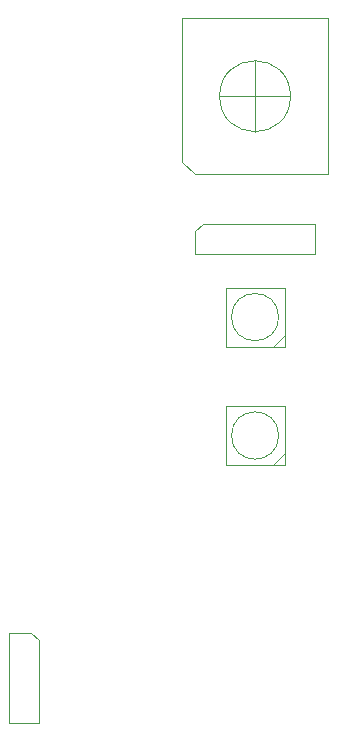
<source format=gbr>
G04 #@! TF.GenerationSoftware,KiCad,Pcbnew,(5.1.10-1-10_14)*
G04 #@! TF.CreationDate,2021-09-21T06:26:05-05:00*
G04 #@! TF.ProjectId,LeChiffre,4c654368-6966-4667-9265-2e6b69636164,rev?*
G04 #@! TF.SameCoordinates,Original*
G04 #@! TF.FileFunction,Other,Fab,Top*
%FSLAX46Y46*%
G04 Gerber Fmt 4.6, Leading zero omitted, Abs format (unit mm)*
G04 Created by KiCad (PCBNEW (5.1.10-1-10_14)) date 2021-09-21 06:26:05*
%MOMM*%
%LPD*%
G01*
G04 APERTURE LIST*
%ADD10C,0.120000*%
%ADD11C,0.100000*%
G04 APERTURE END LIST*
D10*
X141065000Y-59940000D02*
G75*
G03*
X141065000Y-59940000I-3000000J0D01*
G01*
X131865000Y-65540000D02*
X131865000Y-53340000D01*
X131865000Y-53340000D02*
X144265000Y-53340000D01*
X144265000Y-53340000D02*
X144265000Y-66540000D01*
X144265000Y-66540000D02*
X132965000Y-66540000D01*
X132965000Y-66540000D02*
X131865000Y-65540000D01*
X135065000Y-59940000D02*
X141065000Y-59940000D01*
X138065000Y-62940000D02*
X138065000Y-56940000D01*
D11*
X140065000Y-88670000D02*
G75*
G03*
X140065000Y-88670000I-2000000J0D01*
G01*
X140565000Y-86170000D02*
X135565000Y-86170000D01*
X140565000Y-91170000D02*
X140565000Y-86170000D01*
X135565000Y-91170000D02*
X140565000Y-91170000D01*
X135565000Y-86170000D02*
X135565000Y-91170000D01*
X140565000Y-90170000D02*
X139565000Y-91170000D01*
X140065000Y-78640000D02*
G75*
G03*
X140065000Y-78640000I-2000000J0D01*
G01*
X140565000Y-76140000D02*
X135565000Y-76140000D01*
X140565000Y-81140000D02*
X140565000Y-76140000D01*
X135565000Y-81140000D02*
X140565000Y-81140000D01*
X135565000Y-76140000D02*
X135565000Y-81140000D01*
X140565000Y-80140000D02*
X139565000Y-81140000D01*
X117200000Y-105370000D02*
X119105000Y-105370000D01*
X119105000Y-105370000D02*
X119740000Y-106005000D01*
X119740000Y-106005000D02*
X119740000Y-112990000D01*
X119740000Y-112990000D02*
X117200000Y-112990000D01*
X117200000Y-112990000D02*
X117200000Y-105370000D01*
X132995000Y-73270000D02*
X132995000Y-71365000D01*
X132995000Y-71365000D02*
X133630000Y-70730000D01*
X133630000Y-70730000D02*
X143155000Y-70730000D01*
X143155000Y-70730000D02*
X143155000Y-73270000D01*
X143155000Y-73270000D02*
X132995000Y-73270000D01*
M02*

</source>
